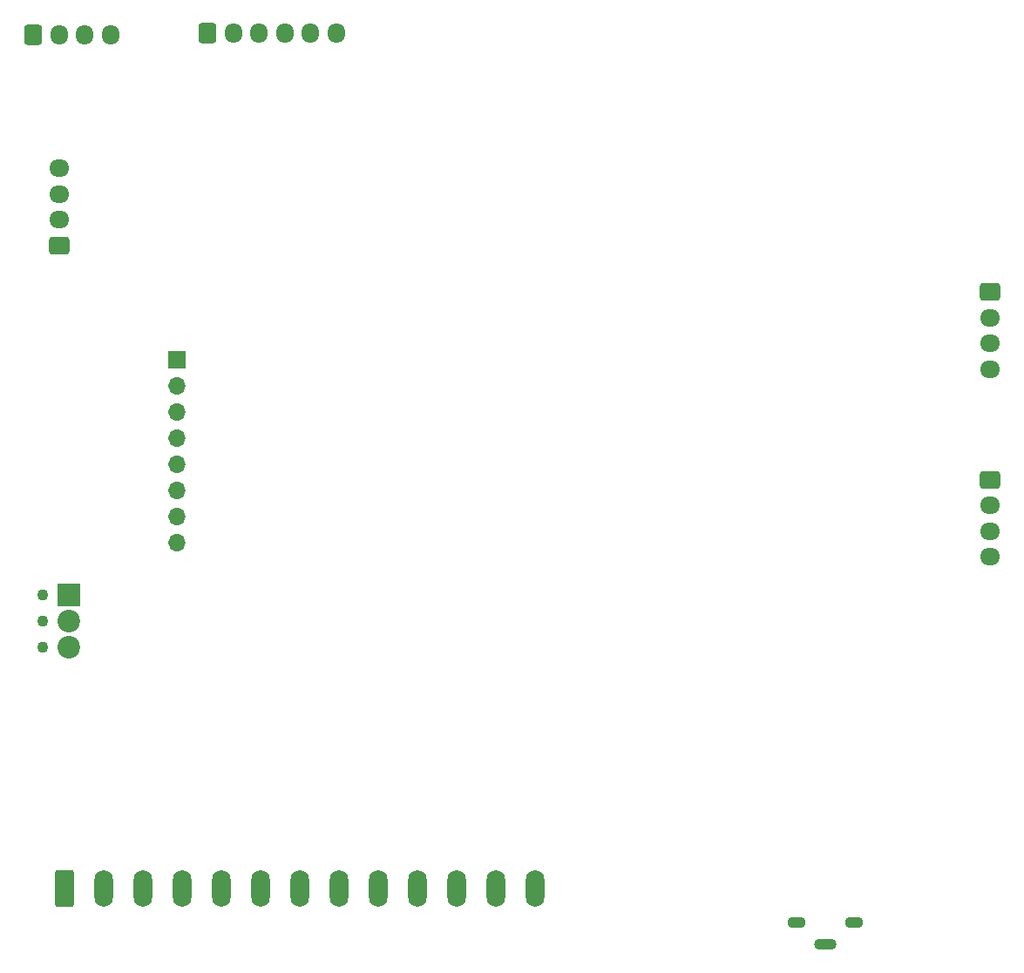
<source format=gbs>
G04 #@! TF.GenerationSoftware,KiCad,Pcbnew,8.0.8*
G04 #@! TF.CreationDate,2025-01-30T15:17:17-05:00*
G04 #@! TF.ProjectId,FORWARD-PCB,464f5257-4152-4442-9d50-43422e6b6963,rev?*
G04 #@! TF.SameCoordinates,Original*
G04 #@! TF.FileFunction,Soldermask,Bot*
G04 #@! TF.FilePolarity,Negative*
%FSLAX46Y46*%
G04 Gerber Fmt 4.6, Leading zero omitted, Abs format (unit mm)*
G04 Created by KiCad (PCBNEW 8.0.8) date 2025-01-30 15:17:17*
%MOMM*%
%LPD*%
G01*
G04 APERTURE LIST*
G04 Aperture macros list*
%AMRoundRect*
0 Rectangle with rounded corners*
0 $1 Rounding radius*
0 $2 $3 $4 $5 $6 $7 $8 $9 X,Y pos of 4 corners*
0 Add a 4 corners polygon primitive as box body*
4,1,4,$2,$3,$4,$5,$6,$7,$8,$9,$2,$3,0*
0 Add four circle primitives for the rounded corners*
1,1,$1+$1,$2,$3*
1,1,$1+$1,$4,$5*
1,1,$1+$1,$6,$7*
1,1,$1+$1,$8,$9*
0 Add four rect primitives between the rounded corners*
20,1,$1+$1,$2,$3,$4,$5,0*
20,1,$1+$1,$4,$5,$6,$7,0*
20,1,$1+$1,$6,$7,$8,$9,0*
20,1,$1+$1,$8,$9,$2,$3,0*%
G04 Aperture macros list end*
%ADD10RoundRect,0.250000X0.725000X-0.600000X0.725000X0.600000X-0.725000X0.600000X-0.725000X-0.600000X0*%
%ADD11O,1.950000X1.700000*%
%ADD12O,1.800000X1.100000*%
%ADD13O,2.200000X1.100000*%
%ADD14RoundRect,0.250000X-0.600000X-0.725000X0.600000X-0.725000X0.600000X0.725000X-0.600000X0.725000X0*%
%ADD15O,1.700000X1.950000*%
%ADD16R,1.700000X1.700000*%
%ADD17O,1.700000X1.700000*%
%ADD18RoundRect,0.250000X-0.725000X0.600000X-0.725000X-0.600000X0.725000X-0.600000X0.725000X0.600000X0*%
%ADD19RoundRect,0.250000X-0.650000X-1.550000X0.650000X-1.550000X0.650000X1.550000X-0.650000X1.550000X0*%
%ADD20O,1.800000X3.600000*%
%ADD21C,1.100000*%
%ADD22R,2.200000X2.200000*%
%ADD23C,2.200000*%
G04 APERTURE END LIST*
D10*
X105500000Y-76000000D03*
D11*
X105500000Y-73500000D03*
X105500000Y-71000000D03*
X105500000Y-68500000D03*
D12*
X177150000Y-141750000D03*
D13*
X179950000Y-143900000D03*
D12*
X182750000Y-141750000D03*
D14*
X119950000Y-55332500D03*
D15*
X122450000Y-55332500D03*
X124950000Y-55332500D03*
X127450000Y-55332500D03*
X129950000Y-55332500D03*
X132450000Y-55332500D03*
D16*
X117000000Y-87125000D03*
D17*
X117000000Y-89665000D03*
X117000000Y-92205000D03*
X117000000Y-94745000D03*
X117000000Y-97285000D03*
X117000000Y-99825000D03*
X117000000Y-102365000D03*
X117000000Y-104905000D03*
D18*
X195967500Y-80500000D03*
D11*
X195967500Y-83000000D03*
X195967500Y-85500000D03*
X195967500Y-88000000D03*
D19*
X106020000Y-138500000D03*
D20*
X109830000Y-138500000D03*
X113640000Y-138500000D03*
X117450000Y-138500000D03*
X121260000Y-138500000D03*
X125070000Y-138500000D03*
X128880000Y-138500000D03*
X132690000Y-138500000D03*
X136500000Y-138500000D03*
X140310000Y-138500000D03*
X144120000Y-138500000D03*
X147930000Y-138500000D03*
X151740000Y-138500000D03*
D21*
X103960000Y-109960000D03*
X103960000Y-112500000D03*
X103960000Y-115040000D03*
D22*
X106500000Y-109960000D03*
D23*
X106500000Y-112500000D03*
X106500000Y-115040000D03*
D14*
X103000000Y-55500000D03*
D15*
X105500000Y-55500000D03*
X108000000Y-55500000D03*
X110500000Y-55500000D03*
D18*
X195967500Y-98750000D03*
D11*
X195967500Y-101250000D03*
X195967500Y-103750000D03*
X195967500Y-106250000D03*
M02*

</source>
